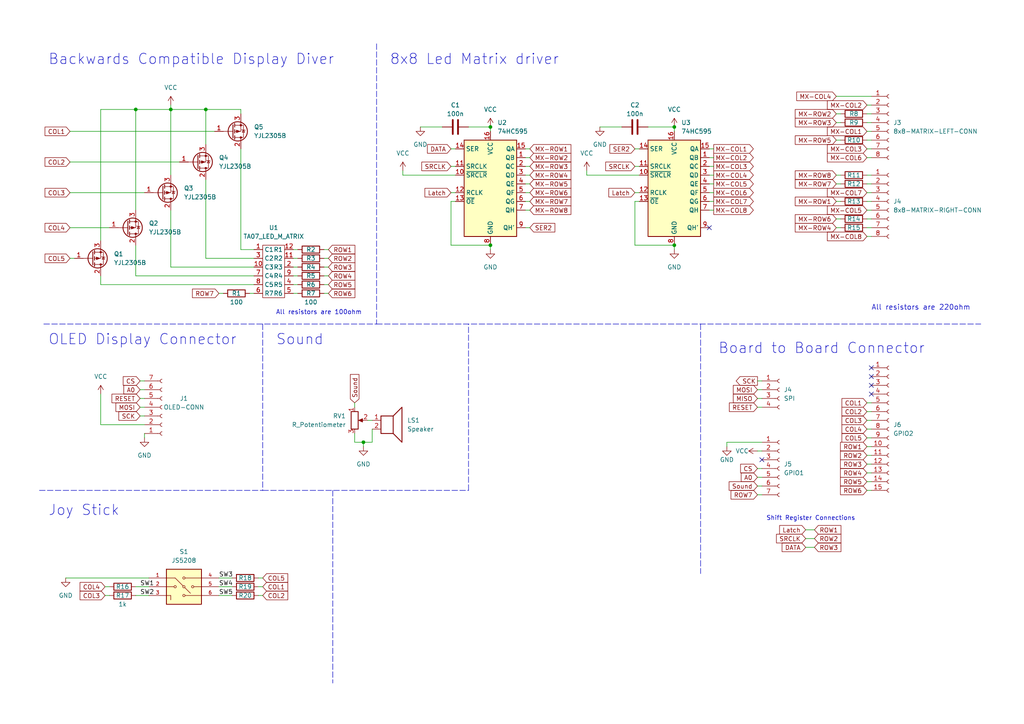
<source format=kicad_sch>
(kicad_sch (version 20211123) (generator eeschema)
  (paper "A4")
  (title_block (title "Games Board") (rev "V2") (company "UC"))
  (lib_symbols
    (symbol "74xx:74HC595"
      (property "Reference" "U" (at -7.62 13.97 0))
      (property "Value" "74HC595" (at -7.62 -16.51 0))
      (symbol "74HC595_1_0"
        (pin tri_state line (at 10.16 7.62 180) (length 2.54) (name "QB") (number "1"))
        (pin input line (at -10.16 2.54 0) (length 2.54) (name "~{SRCLR}") (number "10"))
        (pin input line (at -10.16 5.08 0) (length 2.54) (name "SRCLK") (number "11"))
        (pin input line (at -10.16 -2.54 0) (length 2.54) (name "RCLK") (number "12"))
        (pin input line (at -10.16 -5.08 0) (length 2.54) (name "~{OE}") (number "13"))
        (pin input line (at -10.16 10.16 0) (length 2.54) (name "SER") (number "14"))
        (pin tri_state line (at 10.16 10.16 180) (length 2.54) (name "QA") (number "15"))
        (pin power_in line (at 0 15.24 270) (length 2.54) (name "VCC") (number "16"))
        (pin tri_state line (at 10.16 5.08 180) (length 2.54) (name "QC") (number "2"))
        (pin tri_state line (at 10.16 2.54 180) (length 2.54) (name "QD") (number "3"))
        (pin tri_state line (at 10.16 0 180) (length 2.54) (name "QE") (number "4"))
        (pin tri_state line (at 10.16 -2.54 180) (length 2.54) (name "QF") (number "5"))
        (pin tri_state line (at 10.16 -5.08 180) (length 2.54) (name "QG") (number "6"))
        (pin tri_state line (at 10.16 -7.62 180) (length 2.54) (name "QH") (number "7"))
        (pin power_in line (at 0 -17.78 90) (length 2.54) (name "GND") (number "8"))
        (pin output line (at 10.16 -12.7 180) (length 2.54) (name "QH'") (number "9"))
      )
      (symbol "74HC595_1_1"
        (rectangle (start -7.62 12.7) (end 7.62 -15.24) (stroke (width 0.254)) (fill (type background)))
      )
    )
    (symbol "Connector:Conn_01x04_Female" (pin_names (offset 1.016) hide)
      (property "Reference" "J" (at 0 5.08 0))
      (property "Value" "Conn_01x04_Female" (at 0 -7.62 0))
      (symbol "Conn_01x04_Female_1_1"
        (arc (start 0 -4.572) (mid -0.508 -5.08) (end 0 -5.588) (stroke (width 0.1524)))
        (arc (start 0 -2.032) (mid -0.508 -2.54) (end 0 -3.048) (stroke (width 0.1524)))
        (polyline (pts (xy -1.27 -5.08) (xy -0.508 -5.08)) (stroke (width 0.1524)))
        (polyline (pts (xy -1.27 -2.54) (xy -0.508 -2.54)) (stroke (width 0.1524)))
        (polyline (pts (xy -1.27 0) (xy -0.508 0)) (stroke (width 0.1524)))
        (polyline (pts (xy -1.27 2.54) (xy -0.508 2.54)) (stroke (width 0.1524)))
        (arc (start 0 0.508) (mid -0.508 0) (end 0 -0.508) (stroke (width 0.1524)))
        (arc (start 0 3.048) (mid -0.508 2.54) (end 0 2.032) (stroke (width 0.1524)))
        (pin passive line (at -5.08 2.54 0) (length 3.81) (name "Pin_1") (number "1"))
        (pin passive line (at -5.08 0 0) (length 3.81) (name "Pin_2") (number "2"))
        (pin passive line (at -5.08 -2.54 0) (length 3.81) (name "Pin_3") (number "3"))
        (pin passive line (at -5.08 -5.08 0) (length 3.81) (name "Pin_4") (number "4"))
      )
    )
    (symbol "Connector:Conn_01x07_Female" (pin_names (offset 1.016) hide)
      (property "Reference" "J" (at 0 10.16 0))
      (property "Value" "Conn_01x07_Female" (at 0 -10.16 0))
      (symbol "Conn_01x07_Female_1_1"
        (arc (start 0 -7.112) (mid -0.508 -7.62) (end 0 -8.128) (stroke (width 0.1524)))
        (arc (start 0 -4.572) (mid -0.508 -5.08) (end 0 -5.588) (stroke (width 0.1524)))
        (arc (start 0 -2.032) (mid -0.508 -2.54) (end 0 -3.048) (stroke (width 0.1524)))
        (polyline (pts (xy -1.27 -7.62) (xy -0.508 -7.62)) (stroke (width 0.1524)))
        (polyline (pts (xy -1.27 -5.08) (xy -0.508 -5.08)) (stroke (width 0.1524)))
        (polyline (pts (xy -1.27 -2.54) (xy -0.508 -2.54)) (stroke (width 0.1524)))
        (polyline (pts (xy -1.27 0) (xy -0.508 0)) (stroke (width 0.1524)))
        (polyline (pts (xy -1.27 2.54) (xy -0.508 2.54)) (stroke (width 0.1524)))
        (polyline (pts (xy -1.27 5.08) (xy -0.508 5.08)) (stroke (width 0.1524)))
        (polyline (pts (xy -1.27 7.62) (xy -0.508 7.62)) (stroke (width 0.1524)))
        (arc (start 0 0.508) (mid -0.508 0) (end 0 -0.508) (stroke (width 0.1524)))
        (arc (start 0 3.048) (mid -0.508 2.54) (end 0 2.032) (stroke (width 0.1524)))
        (arc (start 0 5.588) (mid -0.508 5.08) (end 0 4.572) (stroke (width 0.1524)))
        (arc (start 0 8.128) (mid -0.508 7.62) (end 0 7.112) (stroke (width 0.1524)))
        (pin passive line (at -5.08 7.62 0) (length 3.81) (name "Pin_1") (number "1"))
        (pin passive line (at -5.08 5.08 0) (length 3.81) (name "Pin_2") (number "2"))
        (pin passive line (at -5.08 2.54 0) (length 3.81) (name "Pin_3") (number "3"))
        (pin passive line (at -5.08 0 0) (length 3.81) (name "Pin_4") (number "4"))
        (pin passive line (at -5.08 -2.54 0) (length 3.81) (name "Pin_5") (number "5"))
        (pin passive line (at -5.08 -5.08 0) (length 3.81) (name "Pin_6") (number "6"))
        (pin passive line (at -5.08 -7.62 0) (length 3.81) (name "Pin_7") (number "7"))
      )
    )
    (symbol "Connector:Conn_01x08_Female" (pin_names (offset 1.016) hide)
      (property "Reference" "J" (at 0 10.16 0))
      (property "Value" "Conn_01x08_Female" (at 0 -12.7 0))
      (symbol "Conn_01x08_Female_1_1"
        (arc (start 0 -9.652) (mid -0.508 -10.16) (end 0 -10.668) (stroke (width 0.1524)))
        (arc (start 0 -7.112) (mid -0.508 -7.62) (end 0 -8.128) (stroke (width 0.1524)))
        (arc (start 0 -4.572) (mid -0.508 -5.08) (end 0 -5.588) (stroke (width 0.1524)))
        (arc (start 0 -2.032) (mid -0.508 -2.54) (end 0 -3.048) (stroke (width 0.1524)))
        (polyline (pts (xy -1.27 -10.16) (xy -0.508 -10.16)) (stroke (width 0.1524)))
        (polyline (pts (xy -1.27 -7.62) (xy -0.508 -7.62)) (stroke (width 0.1524)))
        (polyline (pts (xy -1.27 -5.08) (xy -0.508 -5.08)) (stroke (width 0.1524)))
        (polyline (pts (xy -1.27 -2.54) (xy -0.508 -2.54)) (stroke (width 0.1524)))
        (polyline (pts (xy -1.27 0) (xy -0.508 0)) (stroke (width 0.1524)))
        (polyline (pts (xy -1.27 2.54) (xy -0.508 2.54)) (stroke (width 0.1524)))
        (polyline (pts (xy -1.27 5.08) (xy -0.508 5.08)) (stroke (width 0.1524)))
        (polyline (pts (xy -1.27 7.62) (xy -0.508 7.62)) (stroke (width 0.1524)))
        (arc (start 0 0.508) (mid -0.508 0) (end 0 -0.508) (stroke (width 0.1524)))
        (arc (start 0 3.048) (mid -0.508 2.54) (end 0 2.032) (stroke (width 0.1524)))
        (arc (start 0 5.588) (mid -0.508 5.08) (end 0 4.572) (stroke (width 0.1524)))
        (arc (start 0 8.128) (mid -0.508 7.62) (end 0 7.112) (stroke (width 0.1524)))
        (pin passive line (at -5.08 7.62 0) (length 3.81) (name "Pin_1") (number "1"))
        (pin passive line (at -5.08 5.08 0) (length 3.81) (name "Pin_2") (number "2"))
        (pin passive line (at -5.08 2.54 0) (length 3.81) (name "Pin_3") (number "3"))
        (pin passive line (at -5.08 0 0) (length 3.81) (name "Pin_4") (number "4"))
        (pin passive line (at -5.08 -2.54 0) (length 3.81) (name "Pin_5") (number "5"))
        (pin passive line (at -5.08 -5.08 0) (length 3.81) (name "Pin_6") (number "6"))
        (pin passive line (at -5.08 -7.62 0) (length 3.81) (name "Pin_7") (number "7"))
        (pin passive line (at -5.08 -10.16 0) (length 3.81) (name "Pin_8") (number "8"))
      )
    )
    (symbol "Connector:Conn_01x15_Female" (pin_names (offset 1.016) hide)
      (property "Reference" "J" (at 0 20.32 0))
      (property "Value" "Conn_01x15_Female" (at 0 -20.32 0))
      (symbol "Conn_01x15_Female_1_1"
        (arc (start 0 -17.272) (mid -0.508 -17.78) (end 0 -18.288) (stroke (width 0.1524)))
        (arc (start 0 -14.732) (mid -0.508 -15.24) (end 0 -15.748) (stroke (width 0.1524)))
        (arc (start 0 -12.192) (mid -0.508 -12.7) (end 0 -13.208) (stroke (width 0.1524)))
        (arc (start 0 -9.652) (mid -0.508 -10.16) (end 0 -10.668) (stroke (width 0.1524)))
        (arc (start 0 -7.112) (mid -0.508 -7.62) (end 0 -8.128) (stroke (width 0.1524)))
        (arc (start 0 -4.572) (mid -0.508 -5.08) (end 0 -5.588) (stroke (width 0.1524)))
        (arc (start 0 -2.032) (mid -0.508 -2.54) (end 0 -3.048) (stroke (width 0.1524)))
        (polyline (pts (xy -1.27 -17.78) (xy -0.508 -17.78)) (stroke (width 0.1524)))
        (polyline (pts (xy -1.27 -15.24) (xy -0.508 -15.24)) (stroke (width 0.1524)))
        (polyline (pts (xy -1.27 -12.7) (xy -0.508 -12.7)) (stroke (width 0.1524)))
        (polyline (pts (xy -1.27 -10.16) (xy -0.508 -10.16)) (stroke (width 0.1524)))
        (polyline (pts (xy -1.27 -7.62) (xy -0.508 -7.62)) (stroke (width 0.1524)))
        (polyline (pts (xy -1.27 -5.08) (xy -0.508 -5.08)) (stroke (width 0.1524)))
        (polyline (pts (xy -1.27 -2.54) (xy -0.508 -2.54)) (stroke (width 0.1524)))
        (polyline (pts (xy -1.27 0) (xy -0.508 0)) (stroke (width 0.1524)))
        (polyline (pts (xy -1.27 2.54) (xy -0.508 2.54)) (stroke (width 0.1524)))
        (polyline (pts (xy -1.27 5.08) (xy -0.508 5.08)) (stroke (width 0.1524)))
        (polyline (pts (xy -1.27 7.62) (xy -0.508 7.62)) (stroke (width 0.1524)))
        (polyline (pts (xy -1.27 10.16) (xy -0.508 10.16)) (stroke (width 0.1524)))
        (polyline (pts (xy -1.27 12.7) (xy -0.508 12.7)) (stroke (width 0.1524)))
        (polyline (pts (xy -1.27 15.24) (xy -0.508 15.24)) (stroke (width 0.1524)))
        (polyline (pts (xy -1.27 17.78) (xy -0.508 17.78)) (stroke (width 0.1524)))
        (arc (start 0 0.508) (mid -0.508 0) (end 0 -0.508) (stroke (width 0.1524)))
        (arc (start 0 3.048) (mid -0.508 2.54) (end 0 2.032) (stroke (width 0.1524)))
        (arc (start 0 5.588) (mid -0.508 5.08) (end 0 4.572) (stroke (width 0.1524)))
        (arc (start 0 8.128) (mid -0.508 7.62) (end 0 7.112) (stroke (width 0.1524)))
        (arc (start 0 10.668) (mid -0.508 10.16) (end 0 9.652) (stroke (width 0.1524)))
        (arc (start 0 13.208) (mid -0.508 12.7) (end 0 12.192) (stroke (width 0.1524)))
        (arc (start 0 15.748) (mid -0.508 15.24) (end 0 14.732) (stroke (width 0.1524)))
        (arc (start 0 18.288) (mid -0.508 17.78) (end 0 17.272) (stroke (width 0.1524)))
        (pin passive line (at -5.08 17.78 0) (length 3.81) (name "Pin_1") (number "1"))
        (pin passive line (at -5.08 -5.08 0) (length 3.81) (name "Pin_10") (number "10"))
        (pin passive line (at -5.08 -7.62 0) (length 3.81) (name "Pin_11") (number "11"))
        (pin passive line (at -5.08 -10.16 0) (length 3.81) (name "Pin_12") (number "12"))
        (pin passive line (at -5.08 -12.7 0) (length 3.81) (name "Pin_13") (number "13"))
        (pin passive line (at -5.08 -15.24 0) (length 3.81) (name "Pin_14") (number "14"))
        (pin passive line (at -5.08 -17.78 0) (length 3.81) (name "Pin_15") (number "15"))
        (pin passive line (at -5.08 15.24 0) (length 3.81) (name "Pin_2") (number "2"))
        (pin passive line (at -5.08 12.7 0) (length 3.81) (name "Pin_3") (number "3"))
        (pin passive line (at -5.08 10.16 0) (length 3.81) (name "Pin_4") (number "4"))
        (pin passive line (at -5.08 7.62 0) (length 3.81) (name "Pin_5") (number "5"))
        (pin passive line (at -5.08 5.08 0) (length 3.81) (name "Pin_6") (number "6"))
        (pin passive line (at -5.08 2.54 0) (length 3.81) (name "Pin_7") (number "7"))
        (pin passive line (at -5.08 0 0) (length 3.81) (name "Pin_8") (number "8"))
        (pin passive line (at -5.08 -2.54 0) (length 3.81) (name "Pin_9") (number "9"))
      )
    )
    (symbol "Device:C" (pin_numbers hide) (pin_names (offset 0.254))
      (property "Reference" "C" (at 0.635 2.54 0))
      (property "Value" "C" (at 0.635 -2.54 0))
      (symbol "C_0_1"
        (polyline (pts (xy -2.032 -0.762) (xy 2.032 -0.762)) (stroke (width 0.508)))
        (polyline (pts (xy -2.032 0.762) (xy 2.032 0.762)) (stroke (width 0.508)))
      )
      (symbol "C_1_1"
        (pin passive line (at 0 3.81 270) (length 2.794) (name "~") (number "1"))
        (pin passive line (at 0 -3.81 90) (length 2.794) (name "~") (number "2"))
      )
    )
    (symbol "Device:Q_PMOS_GDS" (pin_names (offset 0) hide)
      (property "Reference" "Q" (at 5.08 1.27 0))
      (property "Value" "Q_PMOS_GDS" (at 5.08 -1.27 0))
      (symbol "Q_PMOS_GDS_0_1"
        (polyline (pts (xy 0.254 0) (xy -2.54 0)))
        (polyline (pts (xy 0.254 1.905) (xy 0.254 -1.905)) (stroke (width 0.254)))
        (polyline (pts (xy 0.762 -1.27) (xy 0.762 -2.286)) (stroke (width 0.254)))
        (polyline (pts (xy 0.762 0.508) (xy 0.762 -0.508)) (stroke (width 0.254)))
        (polyline (pts (xy 0.762 2.286) (xy 0.762 1.27)) (stroke (width 0.254)))
        (polyline (pts (xy 2.54 2.54) (xy 2.54 1.778)))
        (polyline (pts (xy 2.54 -2.54) (xy 2.54 0) (xy 0.762 0)))
        (polyline (pts (xy 0.762 1.778) (xy 3.302 1.778) (xy 3.302 -1.778) (xy 0.762 -1.778)))
        (polyline (pts (xy 2.286 0) (xy 1.27 0.381) (xy 1.27 -0.381) (xy 2.286 0)) (fill (type outline)))
        (polyline (pts (xy 2.794 -0.508) (xy 2.921 -0.381) (xy 3.683 -0.381) (xy 3.81 -0.254)))
        (polyline (pts (xy 3.302 -0.381) (xy 2.921 0.254) (xy 3.683 0.254) (xy 3.302 -0.381)))
        (circle (center 1.651 0) (radius 2.794) (stroke (width 0.254)))
        (circle (center 2.54 -1.778) (radius 0.254) (fill (type outline)))
        (circle (center 2.54 1.778) (radius 0.254) (fill (type outline)))
      )
      (symbol "Q_PMOS_GDS_1_1"
        (pin input line (at -5.08 0 0) (length 2.54) (name "G") (number "1"))
        (pin passive line (at 2.54 5.08 270) (length 2.54) (name "D") (number "2"))
        (pin passive line (at 2.54 -5.08 90) (length 2.54) (name "S") (number "3"))
      )
    )
    (symbol "Device:R" (pin_numbers hide) (pin_names (offset 0))
      (property "Reference" "R" (at 2.032 0 90))
      (property "Value" "R" (at 0 0 90))
      (symbol "R_0_1"
        (rectangle (start -1.016 -2.54) (end 1.016 2.54) (stroke (width 0.254)))
      )
      (symbol "R_1_1"
        (pin passive line (at 0 3.81 270) (length 1.27) (name "~") (number "1"))
        (pin passive line (at 0 -3.81 90) (length 1.27) (name "~") (number "2"))
      )
    )
    (symbol "Device:R_Potentiometer" (pin_names (offset 1.016) hide)
      (property "Reference" "RV" (at -4.445 0 90))
      (property "Value" "R_Potentiometer" (at -2.54 0 90))
      (symbol "R_Potentiometer_0_1"
        (polyline (pts (xy 2.54 0) (xy 1.524 0)))
        (polyline (pts (xy 1.143 0) (xy 2.286 0.508) (xy 2.286 -0.508) (xy 1.143 0)) (fill (type outline)))
        (rectangle (start 1.016 2.54) (end -1.016 -2.54) (stroke (width 0.254)))
      )
      (symbol "R_Potentiometer_1_1"
        (pin passive line (at 0 3.81 270) (length 1.27) (name "1") (number "1"))
        (pin passive line (at 3.81 0 180) (length 1.27) (name "2") (number "2"))
        (pin passive line (at 0 -3.81 90) (length 1.27) (name "3") (number "3"))
      )
    )
    (symbol "Device:Speaker" (pin_names (offset 0) hide)
      (property "Reference" "LS" (at 1.27 5.715 0))
      (property "Value" "Speaker" (at 1.27 3.81 0))
      (symbol "Speaker_0_0"
        (rectangle (start -2.54 1.27) (end 1.016 -3.81) (stroke (width 0.254)))
        (polyline (pts (xy 1.016 1.27) (xy 3.556 3.81) (xy 3.556 -6.35) (xy 1.016 -3.81)) (stroke (width 0.254)))
      )
      (symbol "Speaker_1_1"
        (pin input line (at -5.08 0 0) (length 2.54) (name "1") (number "1"))
        (pin input line (at -5.08 -2.54 0) (length 2.54) (name "2") (number "2"))
      )
    )
    (symbol "Driver_Display:TA07_LED_M_ATRIX"
      (property "Reference" "U1" (at -0.635 12.7 0))
      (property "Value" "TA07_LED_M_ATRIX" (at -0.635 10.16 0))
      (symbol "TA07_LED_M_ATRIX_0_1"
        (rectangle (start -3.81 7.62) (end 2.54 -7.62))
      )
      (symbol "TA07_LED_M_ATRIX_1_1"
        (pin input line (at -6.35 6.35 0) (length 2.54) (name "C1") (number "1"))
        (pin input line (at -6.35 1.27 0) (length 2.54) (name "C3") (number "10"))
        (pin output line (at 5.08 3.81 180) (length 2.54) (name "R2") (number "11"))
        (pin output line (at 5.08 6.35 180) (length 2.54) (name "R1") (number "12"))
        (pin output line (at 5.08 1.27 180) (length 2.54) (name "R3") (number "2"))
        (pin input line (at -6.35 3.81 0) (length 2.54) (name "C2") (number "3"))
        (pin output line (at 5.08 -3.81 180) (length 2.54) (name "R5") (number "4"))
        (pin output line (at 5.08 -6.35 180) (length 2.54) (name "R6") (number "5"))
        (pin output line (at -6.35 -6.35 0) (length 2.54) (name "R7") (number "6"))
        (pin input line (at -6.35 -1.27 0) (length 2.54) (name "C4") (number "7"))
        (pin input line (at -6.35 -3.81 0) (length 2.54) (name "C5") (number "8"))
        (pin output line (at 5.08 -1.27 180) (length 2.54) (name "R4") (number "9"))
      )
    )
    (symbol "JS5208:JS5208" (pin_names (offset 1.016) hide)
      (property "Reference" "S" (at -5.08 6.35 0))
      (property "Value" "JS5208" (at -5.08 -7.62 0))
      (symbol "JS5208_0_0"
        (rectangle (start -5.08 -5.08) (end 5.08 5.08) (stroke (width 0.254)) (fill (type background)))
        (circle (center -2.54 0) (radius 0.3302) (stroke (width 0.1524)))
        (circle (center 0 -2.54) (radius 0.3302) (stroke (width 0.1524)))
        (polyline (pts (xy -5.08 -2.54) (xy -3.81 -2.54)) (stroke (width 0.1524)))
        (polyline (pts (xy -5.08 0) (xy -2.921 0)) (stroke (width 0.1524)))
        (polyline (pts (xy -5.08 2.54) (xy -2.54 2.54)) (stroke (width 0.1524)))
        (polyline (pts (xy -3.81 -2.54) (xy -3.81 -3.81)) (stroke (width 0.1524)))
        (polyline (pts (xy -2.54 2.54) (xy -0.254 0.254)) (stroke (width 0.1524)))
        (polyline (pts (xy 0.254 -0.254) (xy 1.905 -1.905)) (stroke (width 0.1524)))
        (polyline (pts (xy 0.381 -2.54) (xy 5.08 -2.54)) (stroke (width 0.1524)))
        (polyline (pts (xy 0.381 2.54) (xy 5.08 2.54)) (stroke (width 0.1524)))
        (polyline (pts (xy 2.921 0) (xy 5.08 0)) (stroke (width 0.1524)))
        (circle (center 0 0) (radius 0.3302) (stroke (width 0.1524)))
        (circle (center 0 2.54) (radius 0.3302) (stroke (width 0.1524)))
        (circle (center 2.54 0) (radius 0.3302) (stroke (width 0.1524)))
        (pin passive line (at -10.16 2.54 0) (length 5.08) (name "~") (number "1"))
        (pin passive line (at -10.16 0 0) (length 5.08) (name "~") (number "2"))
        (pin passive line (at -10.16 -2.54 0) (length 5.08) (name "~") (number "3"))
        (pin passive line (at 10.16 2.54 180) (length 5.08) (name "~") (number "4"))
        (pin passive line (at 10.16 0 180) (length 5.08) (name "~") (number "5"))
        (pin passive line (at 10.16 -2.54 180) (length 5.08) (name "~") (number "6"))
      )
    )
    (symbol "power:GND" (power) (pin_names (offset 0))
      (property "Value" "GND" (at 0 -3.81 0))
      (symbol "GND_0_1"
        (polyline (pts (xy 0 0) (xy 0 -1.27) (xy 1.27 -1.27) (xy 0 -2.54) (xy -1.27 -1.27) (xy 0 -1.27)))
      )
      (symbol "GND_1_1"
        (pin power_in line (at 0 0 270) (length 0) hide (name "GND") (number "1"))
      )
    )
    (symbol "power:VCC" (power) (pin_names (offset 0))
      (property "Value" "VCC" (at 0 3.81 0))
      (symbol "VCC_0_1"
        (polyline (pts (xy -0.762 1.27) (xy 0 2.54)))
        (polyline (pts (xy 0 0) (xy 0 2.54)))
        (polyline (pts (xy 0 2.54) (xy 0.762 1.27)))
      )
      (symbol "VCC_1_1"
        (pin power_in line (at 0 0 90) (length 0) hide (name "VCC") (number "1"))
      )
    )
  )
  (junction (at 195.58 36.83))
  (junction (at 59.69 31.75))
  (junction (at 142.24 71.12))
  (junction (at 195.58 71.12))
  (junction (at 39.37 31.75))
  (junction (at 49.53 31.75))
  (junction (at 142.24 36.83))
  (junction (at 105.41 128.27))
  (no_connect (at 220.98 133.35))
  (no_connect (at 252.73 114.3))
  (no_connect (at 252.73 106.68))
  (no_connect (at 205.74 66.04))
  (no_connect (at 252.73 109.22))
  (no_connect (at 252.73 111.76))
  (wire (pts (xy 170.18 50.8) (xy 185.42 50.8)))
  (wire (pts (xy 135.89 36.83) (xy 142.24 36.83)))
  (wire (pts (xy 20.32 38.1) (xy 62.23 38.1)))
  (wire (pts (xy 184.15 58.42) (xy 184.15 71.12)))
  (wire (pts (xy 93.98 82.55) (xy 95.25 82.55)))
  (wire (pts (xy 251.46 53.34) (xy 252.73 53.34)))
  (wire (pts (xy 69.85 31.75) (xy 69.85 33.02)))
  (wire (pts (xy 130.81 48.26) (xy 132.08 48.26)))
  (wire (pts (xy 40.64 120.65) (xy 41.91 120.65)))
  (wire (pts (xy 130.81 58.42) (xy 130.81 71.12)))
  (wire (pts (xy 74.93 167.64) (xy 76.2 167.64)))
  (wire (pts (xy 205.74 45.72) (xy 207.01 45.72)))
  (wire (pts (xy 242.57 66.04) (xy 243.84 66.04)))
  (wire (pts (xy 251.46 66.04) (xy 252.73 66.04)))
  (wire (pts (xy 242.57 50.8) (xy 243.84 50.8)))
  (wire (pts (xy 251.46 68.58) (xy 252.73 68.58)))
  (wire (pts (xy 152.4 60.96) (xy 153.67 60.96)))
  (wire (pts (xy 132.08 58.42) (xy 130.81 58.42)))
  (wire (pts (xy 63.5 85.09) (xy 64.77 85.09)))
  (polyline (pts (xy 135.89 142.24) (xy 135.89 93.98)))
  (wire (pts (xy 233.68 153.67) (xy 236.22 153.67)))
  (wire (pts (xy 184.15 48.26) (xy 185.42 48.26)))
  (wire (pts (xy 40.64 110.49) (xy 41.91 110.49)))
  (wire (pts (xy 49.53 31.75) (xy 59.69 31.75)))
  (wire (pts (xy 251.46 119.38) (xy 252.73 119.38)))
  (wire (pts (xy 251.46 30.48) (xy 252.73 30.48)))
  (wire (pts (xy 86.36 77.47) (xy 85.09 77.47)))
  (wire (pts (xy 59.69 31.75) (xy 69.85 31.75)))
  (wire (pts (xy 41.91 123.19) (xy 29.21 123.19)))
  (wire (pts (xy 205.74 43.18) (xy 207.01 43.18)))
  (wire (pts (xy 20.32 46.99) (xy 52.07 46.99)))
  (wire (pts (xy 219.71 130.81) (xy 220.98 130.81)))
  (wire (pts (xy 152.4 53.34) (xy 153.67 53.34)))
  (wire (pts (xy 102.87 116.84) (xy 102.87 118.11)))
  (wire (pts (xy 242.57 40.64) (xy 243.84 40.64)))
  (wire (pts (xy 219.71 138.43) (xy 220.98 138.43)))
  (wire (pts (xy 130.81 55.88) (xy 132.08 55.88)))
  (wire (pts (xy 74.93 170.18) (xy 76.2 170.18)))
  (wire (pts (xy 242.57 33.02) (xy 243.84 33.02)))
  (wire (pts (xy 40.64 113.03) (xy 41.91 113.03)))
  (wire (pts (xy 242.57 58.42) (xy 243.84 58.42)))
  (wire (pts (xy 152.4 50.8) (xy 153.67 50.8)))
  (wire (pts (xy 219.71 118.11) (xy 220.98 118.11)))
  (wire (pts (xy 219.71 110.49) (xy 220.98 110.49)))
  (wire (pts (xy 69.85 72.39) (xy 73.66 72.39)))
  (wire (pts (xy 195.58 36.83) (xy 195.58 38.1)))
  (wire (pts (xy 74.93 172.72) (xy 76.2 172.72)))
  (wire (pts (xy 251.46 142.24) (xy 252.73 142.24)))
  (wire (pts (xy 152.4 55.88) (xy 153.67 55.88)))
  (wire (pts (xy 242.57 35.56) (xy 243.84 35.56)))
  (wire (pts (xy 39.37 31.75) (xy 39.37 60.96)))
  (wire (pts (xy 107.95 128.27) (xy 105.41 128.27)))
  (wire (pts (xy 205.74 55.88) (xy 207.01 55.88)))
  (wire (pts (xy 93.98 80.01) (xy 95.25 80.01)))
  (wire (pts (xy 219.71 135.89) (xy 220.98 135.89)))
  (wire (pts (xy 19.05 167.64) (xy 43.18 167.64)))
  (wire (pts (xy 219.71 143.51) (xy 220.98 143.51)))
  (polyline (pts (xy 11.43 142.24) (xy 76.2 142.24)))
  (wire (pts (xy 130.81 43.18) (xy 132.08 43.18)))
  (wire (pts (xy 251.46 55.88) (xy 252.73 55.88)))
  (wire (pts (xy 251.46 137.16) (xy 252.73 137.16)))
  (wire (pts (xy 251.46 58.42) (xy 252.73 58.42)))
  (wire (pts (xy 30.48 170.18) (xy 31.75 170.18)))
  (wire (pts (xy 184.15 43.18) (xy 185.42 43.18)))
  (wire (pts (xy 187.96 36.83) (xy 195.58 36.83)))
  (polyline (pts (xy 109.22 12.7) (xy 109.22 93.98)))
  (wire (pts (xy 184.15 71.12) (xy 195.58 71.12)))
  (wire (pts (xy 121.92 36.83) (xy 128.27 36.83)))
  (wire (pts (xy 205.74 60.96) (xy 207.01 60.96)))
  (polyline (pts (xy 96.52 142.24) (xy 96.52 198.12)))
  (wire (pts (xy 63.5 170.18) (xy 67.31 170.18)))
  (wire (pts (xy 142.24 71.12) (xy 142.24 72.39)))
  (wire (pts (xy 251.46 116.84) (xy 252.73 116.84)))
  (wire (pts (xy 251.46 132.08) (xy 252.73 132.08)))
  (polyline (pts (xy 76.2 142.24) (xy 135.89 142.24)))
  (wire (pts (xy 152.4 48.26) (xy 153.67 48.26)))
  (wire (pts (xy 49.53 77.47) (xy 73.66 77.47)))
  (wire (pts (xy 130.81 71.12) (xy 142.24 71.12)))
  (wire (pts (xy 195.58 71.12) (xy 195.58 72.39)))
  (wire (pts (xy 152.4 45.72) (xy 153.67 45.72)))
  (wire (pts (xy 49.53 31.75) (xy 49.53 50.8)))
  (wire (pts (xy 29.21 80.01) (xy 29.21 82.55)))
  (wire (pts (xy 116.84 49.53) (xy 116.84 50.8)))
  (wire (pts (xy 102.87 125.73) (xy 102.87 128.27)))
  (wire (pts (xy 59.69 31.75) (xy 59.69 41.91)))
  (wire (pts (xy 185.42 58.42) (xy 184.15 58.42)))
  (wire (pts (xy 20.32 55.88) (xy 41.91 55.88)))
  (wire (pts (xy 251.46 127) (xy 252.73 127)))
  (wire (pts (xy 73.66 80.01) (xy 39.37 80.01)))
  (wire (pts (xy 251.46 40.64) (xy 252.73 40.64)))
  (wire (pts (xy 152.4 43.18) (xy 153.67 43.18)))
  (wire (pts (xy 251.46 60.96) (xy 252.73 60.96)))
  (polyline (pts (xy 12.7 93.98) (xy 109.22 93.98)))
  (wire (pts (xy 49.53 30.48) (xy 49.53 31.75)))
  (wire (pts (xy 20.32 66.04) (xy 31.75 66.04)))
  (wire (pts (xy 40.64 118.11) (xy 41.91 118.11)))
  (wire (pts (xy 39.37 172.72) (xy 43.18 172.72)))
  (wire (pts (xy 29.21 31.75) (xy 39.37 31.75)))
  (wire (pts (xy 173.99 36.83) (xy 180.34 36.83)))
  (wire (pts (xy 210.82 128.27) (xy 220.98 128.27)))
  (wire (pts (xy 72.39 85.09) (xy 73.66 85.09)))
  (wire (pts (xy 242.57 53.34) (xy 243.84 53.34)))
  (wire (pts (xy 210.82 129.54) (xy 210.82 128.27)))
  (wire (pts (xy 63.5 167.64) (xy 67.31 167.64)))
  (wire (pts (xy 184.15 55.88) (xy 185.42 55.88)))
  (wire (pts (xy 219.71 140.97) (xy 220.98 140.97)))
  (wire (pts (xy 251.46 121.92) (xy 252.73 121.92)))
  (wire (pts (xy 93.98 85.09) (xy 95.25 85.09)))
  (wire (pts (xy 39.37 31.75) (xy 49.53 31.75)))
  (wire (pts (xy 205.74 48.26) (xy 207.01 48.26)))
  (wire (pts (xy 142.24 36.83) (xy 142.24 38.1)))
  (wire (pts (xy 63.5 172.72) (xy 67.31 172.72)))
  (wire (pts (xy 251.46 45.72) (xy 252.73 45.72)))
  (wire (pts (xy 85.09 80.01) (xy 86.36 80.01)))
  (wire (pts (xy 29.21 114.3) (xy 29.21 123.19)))
  (wire (pts (xy 251.46 129.54) (xy 252.73 129.54)))
  (wire (pts (xy 107.95 124.46) (xy 107.95 128.27)))
  (wire (pts (xy 219.71 115.57) (xy 220.98 115.57)))
  (wire (pts (xy 251.46 38.1) (xy 252.73 38.1)))
  (wire (pts (xy 152.4 58.42) (xy 153.67 58.42)))
  (wire (pts (xy 73.66 74.93) (xy 59.69 74.93)))
  (wire (pts (xy 85.09 74.93) (xy 86.36 74.93)))
  (wire (pts (xy 251.46 124.46) (xy 252.73 124.46)))
  (wire (pts (xy 85.09 85.09) (xy 86.36 85.09)))
  (wire (pts (xy 93.98 72.39) (xy 95.25 72.39)))
  (wire (pts (xy 69.85 43.18) (xy 69.85 72.39)))
  (wire (pts (xy 219.71 113.03) (xy 220.98 113.03)))
  (wire (pts (xy 93.98 77.47) (xy 95.25 77.47)))
  (wire (pts (xy 205.74 53.34) (xy 207.01 53.34)))
  (wire (pts (xy 105.41 128.27) (xy 102.87 128.27)))
  (wire (pts (xy 251.46 33.02) (xy 252.73 33.02)))
  (wire (pts (xy 233.68 158.75) (xy 236.22 158.75)))
  (wire (pts (xy 205.74 58.42) (xy 207.01 58.42)))
  (polyline (pts (xy 109.22 93.98) (xy 284.48 93.98)))
  (wire (pts (xy 242.57 27.94) (xy 252.73 27.94)))
  (wire (pts (xy 39.37 170.18) (xy 43.18 170.18)))
  (wire (pts (xy 39.37 71.12) (xy 39.37 80.01)))
  (wire (pts (xy 251.46 50.8) (xy 252.73 50.8)))
  (wire (pts (xy 251.46 35.56) (xy 252.73 35.56)))
  (wire (pts (xy 251.46 43.18) (xy 252.73 43.18)))
  (wire (pts (xy 49.53 60.96) (xy 49.53 77.47)))
  (wire (pts (xy 73.66 82.55) (xy 29.21 82.55)))
  (wire (pts (xy 251.46 134.62) (xy 252.73 134.62)))
  (wire (pts (xy 170.18 49.53) (xy 170.18 50.8)))
  (wire (pts (xy 85.09 82.55) (xy 86.36 82.55)))
  (wire (pts (xy 242.57 63.5) (xy 243.84 63.5)))
  (wire (pts (xy 29.21 31.75) (xy 29.21 69.85)))
  (wire (pts (xy 105.41 129.54) (xy 105.41 128.27)))
  (wire (pts (xy 106.68 121.92) (xy 107.95 121.92)))
  (wire (pts (xy 152.4 66.04) (xy 153.67 66.04)))
  (wire (pts (xy 251.46 139.7) (xy 252.73 139.7)))
  (wire (pts (xy 59.69 52.07) (xy 59.69 74.93)))
  (wire (pts (xy 116.84 50.8) (xy 132.08 50.8)))
  (wire (pts (xy 30.48 172.72) (xy 31.75 172.72)))
  (polyline (pts (xy 76.2 93.98) (xy 76.2 142.24)))
  (wire (pts (xy 40.64 115.57) (xy 41.91 115.57)))
  (wire (pts (xy 205.74 50.8) (xy 207.01 50.8)))
  (wire (pts (xy 233.68 156.21) (xy 236.22 156.21)))
  (wire (pts (xy 41.91 127) (xy 41.91 125.73)))
  (polyline (pts (xy 203.2 93.98) (xy 203.2 166.37)))
  (wire (pts (xy 93.98 74.93) (xy 95.25 74.93)))
  (wire (pts (xy 20.32 74.93) (xy 21.59 74.93)))
  (wire (pts (xy 85.09 72.39) (xy 86.36 72.39)))
  (wire (pts (xy 251.46 63.5) (xy 252.73 63.5)))
  (text "All resistors are 220ohm\n" (at 252.73 90.17 0) (effects (font (size 1.5 1.5)) (justify left bottom)))
  (text "8x8 Led Matrix driver" (at 113.03 19.05 0) (effects (font (size 3 3)) (justify left bottom)))
  (text "Board to Board Connector" (at 208.28 102.87 0) (effects (font (size 3 3)) (justify left bottom)))
  (text "OLED Display Connector\n" (at 13.97 100.33 0) (effects (font (size 3 3)) (justify left bottom)))
  (text "Sound\n" (at 80.01 100.33 0) (effects (font (size 3 3)) (justify left bottom)))
  (text "Backwards Compatible Display Diver\n" (at 13.97 19.05 0) (effects (font (size 3 3)) (justify left bottom)))
  (text "Joy Stick" (at 13.97 149.86 0) (effects (font (size 3 3)) (justify left bottom)))
  (text "All resistors are 100ohm" (at 80.01 91.44 0) (effects (font (size 1.3 1.3)) (justify left bottom)))
  (text "Shift Register Connections" (at 222.25 151.13 0) (effects (font (size 1.27 1.27)) (justify left bottom)))
  (label "SW4" (at 63.5 170.18 0))
  (label "SW2" (at 40.64 172.72 0))
  (label "SW5" (at 63.5 172.72 0))
  (label "SW1" (at 40.64 170.18 0))
  (label "SW3" (at 63.5 167.64 0))
  (global_label "MX-ROW6" (shape input) (at 242.57 63.5 180) (property "Intersheet References" "${INTERSHEET_REFS}" (effects hide)))
  (global_label "MX-COL7" (shape output) (at 207.01 58.42 0) (property "Intersheet References" "${INTERSHEET_REFS}" (effects hide)))
  (global_label "Latch" (shape input) (at 130.81 55.88 180) (property "Intersheet References" "${INTERSHEET_REFS}" (effects hide)))
  (global_label "COL2" (shape input) (at 76.2 172.72 0) (property "Intersheet References" "${INTERSHEET_REFS}" (effects hide)))
  (global_label "ROW5" (shape input) (at 95.25 82.55 0) (property "Intersheet References" "${INTERSHEET_REFS}" (effects hide)))
  (global_label "ROW2" (shape input) (at 95.25 74.93 0) (property "Intersheet References" "${INTERSHEET_REFS}" (effects hide)))
  (global_label "COL5" (shape input) (at 251.46 127 180) (property "Intersheet References" "${INTERSHEET_REFS}" (effects hide)))
  (global_label "ROW7" (shape input) (at 63.5 85.09 180) (property "Intersheet References" "${INTERSHEET_REFS}" (effects hide)))
  (global_label "SRCLK" (shape input) (at 130.81 48.26 180) (property "Intersheet References" "${INTERSHEET_REFS}" (effects hide)))
  (global_label "MX-COL5" (shape input) (at 251.46 60.96 180) (property "Intersheet References" "${INTERSHEET_REFS}" (effects hide)))
  (global_label "COL1" (shape input) (at 251.46 116.84 180) (property "Intersheet References" "${INTERSHEET_REFS}" (effects hide)))
  (global_label "COL4" (shape input) (at 251.46 124.46 180) (property "Intersheet References" "${INTERSHEET_REFS}" (effects hide)))
  (global_label "A0" (shape input) (at 40.64 113.03 180) (property "Intersheet References" "${INTERSHEET_REFS}" (effects hide)))
  (global_label "COL1" (shape input) (at 76.2 170.18 0) (property "Intersheet References" "${INTERSHEET_REFS}" (effects hide)))
  (global_label "MX-COL3" (shape output) (at 207.01 48.26 0) (property "Intersheet References" "${INTERSHEET_REFS}" (effects hide)))
  (global_label "SER2" (shape input) (at 184.15 43.18 180) (property "Intersheet References" "${INTERSHEET_REFS}" (effects hide)))
  (global_label "MX-COL2" (shape output) (at 207.01 45.72 0) (property "Intersheet References" "${INTERSHEET_REFS}" (effects hide)))
  (global_label "MX-ROW4" (shape input) (at 242.57 66.04 180) (property "Intersheet References" "${INTERSHEET_REFS}" (effects hide)))
  (global_label "SRCLK" (shape input) (at 233.68 156.21 180) (property "Intersheet References" "${INTERSHEET_REFS}" (effects hide)))
  (global_label "ROW3" (shape input) (at 236.22 158.75 0) (property "Intersheet References" "${INTERSHEET_REFS}" (effects hide)))
  (global_label "MX-COL4" (shape input) (at 242.57 27.94 180) (property "Intersheet References" "${INTERSHEET_REFS}" (effects hide)))
  (global_label "MX-ROW4" (shape input) (at 153.67 50.8 0) (property "Intersheet References" "${INTERSHEET_REFS}" (effects hide)))
  (global_label "COL2" (shape input) (at 251.46 119.38 180) (property "Intersheet References" "${INTERSHEET_REFS}" (effects hide)))
  (global_label "DATA" (shape input) (at 130.81 43.18 180) (property "Intersheet References" "${INTERSHEET_REFS}" (effects hide)))
  (global_label "ROW1" (shape input) (at 236.22 153.67 0) (property "Intersheet References" "${INTERSHEET_REFS}" (effects hide)))
  (global_label "A0" (shape input) (at 219.71 138.43 180) (property "Intersheet References" "${INTERSHEET_REFS}" (effects hide)))
  (global_label "SCK" (shape output) (at 219.71 110.49 180) (property "Intersheet References" "${INTERSHEET_REFS}" (effects hide)))
  (global_label "MOSI" (shape input) (at 219.71 113.03 180) (property "Intersheet References" "${INTERSHEET_REFS}" (effects hide)))
  (global_label "ROW1" (shape input) (at 95.25 72.39 0) (property "Intersheet References" "${INTERSHEET_REFS}" (effects hide)))
  (global_label "ROW5" (shape input) (at 251.46 139.7 180) (property "Intersheet References" "${INTERSHEET_REFS}" (effects hide)))
  (global_label "Sound" (shape input) (at 102.87 116.84 90) (property "Intersheet References" "${INTERSHEET_REFS}" (effects hide)))
  (global_label "COL2" (shape input) (at 20.32 46.99 180) (property "Intersheet References" "${INTERSHEET_REFS}" (effects hide)))
  (global_label "MX-COL7" (shape input) (at 251.46 55.88 180) (property "Intersheet References" "${INTERSHEET_REFS}" (effects hide)))
  (global_label "COL3" (shape input) (at 20.32 55.88 180) (property "Intersheet References" "${INTERSHEET_REFS}" (effects hide)))
  (global_label "COL4" (shape input) (at 20.32 66.04 180) (property "Intersheet References" "${INTERSHEET_REFS}" (effects hide)))
  (global_label "MX-ROW7" (shape input) (at 242.57 53.34 180) (property "Intersheet References" "${INTERSHEET_REFS}" (effects hide)))
  (global_label "MX-COL6" (shape input) (at 251.46 45.72 180) (property "Intersheet References" "${INTERSHEET_REFS}" (effects hide)))
  (global_label "ROW1" (shape input) (at 251.46 129.54 180) (property "Intersheet References" "${INTERSHEET_REFS}" (effects hide)))
  (global_label "COL1" (shape input) (at 20.32 38.1 180) (property "Intersheet References" "${INTERSHEET_REFS}" (effects hide)))
  (global_label "RESET" (shape input) (at 219.71 118.11 180) (property "Intersheet References" "${INTERSHEET_REFS}" (effects hide)))
  (global_label "MOSI" (shape input) (at 40.64 118.11 180) (property "Intersheet References" "${INTERSHEET_REFS}" (effects hide)))
  (global_label "MX-COL8" (shape output) (at 207.01 60.96 0) (property "Intersheet References" "${INTERSHEET_REFS}" (effects hide)))
  (global_label "ROW3" (shape input) (at 251.46 134.62 180) (property "Intersheet References" "${INTERSHEET_REFS}" (effects hide)))
  (global_label "MX-ROW5" (shape input) (at 153.67 53.34 0) (property "Intersheet References" "${INTERSHEET_REFS}" (effects hide)))
  (global_label "DATA" (shape input) (at 233.68 158.75 180) (property "Intersheet References" "${INTERSHEET_REFS}" (effects hide)))
  (global_label "MX-ROW3" (shape input) (at 242.57 35.56 180) (property "Intersheet References" "${INTERSHEET_REFS}" (effects hide)))
  (global_label "COL3" (shape input) (at 251.46 121.92 180) (property "Intersheet References" "${INTERSHEET_REFS}" (effects hide)))
  (global_label "MX-ROW5" (shape input) (at 242.57 40.64 180) (property "Intersheet References" "${INTERSHEET_REFS}" (effects hide)))
  (global_label "MX-ROW8" (shape input) (at 242.57 50.8 180) (property "Intersheet References" "${INTERSHEET_REFS}" (effects hide)))
  (global_label "MX-ROW6" (shape input) (at 153.67 55.88 0) (property "Intersheet References" "${INTERSHEET_REFS}" (effects hide)))
  (global_label "ROW6" (shape input) (at 95.25 85.09 0) (property "Intersheet References" "${INTERSHEET_REFS}" (effects hide)))
  (global_label "SCK" (shape input) (at 40.64 120.65 180) (property "Intersheet References" "${INTERSHEET_REFS}" (effects hide)))
  (global_label "MX-COL4" (shape output) (at 207.01 50.8 0) (property "Intersheet References" "${INTERSHEET_REFS}" (effects hide)))
  (global_label "MX-ROW1" (shape input) (at 153.67 43.18 0) (property "Intersheet References" "${INTERSHEET_REFS}" (effects hide)))
  (global_label "ROW6" (shape input) (at 251.46 142.24 180) (property "Intersheet References" "${INTERSHEET_REFS}" (effects hide)))
  (global_label "MX-COL3" (shape input) (at 251.46 43.18 180) (property "Intersheet References" "${INTERSHEET_REFS}" (effects hide)))
  (global_label "ROW4" (shape input) (at 95.25 80.01 0) (property "Intersheet References" "${INTERSHEET_REFS}" (effects hide)))
  (global_label "SRCLK" (shape input) (at 184.15 48.26 180) (property "Intersheet References" "${INTERSHEET_REFS}" (effects hide)))
  (global_label "MX-ROW2" (shape input) (at 242.57 33.02 180) (property "Intersheet References" "${INTERSHEET_REFS}" (effects hide)))
  (global_label "MX-ROW7" (shape input) (at 153.67 58.42 0) (property "Intersheet References" "${INTERSHEET_REFS}" (effects hide)))
  (global_label "ROW4" (shape input) (at 251.46 137.16 180) (property "Intersheet References" "${INTERSHEET_REFS}" (effects hide)))
  (global_label "CS" (shape input) (at 219.71 135.89 180) (property "Intersheet References" "${INTERSHEET_REFS}" (effects hide)))
  (global_label "MISO" (shape input) (at 219.71 115.57 180) (property "Intersheet References" "${INTERSHEET_REFS}" (effects hide)))
  (global_label "MX-COL5" (shape output) (at 207.01 53.34 0) (property "Intersheet References" "${INTERSHEET_REFS}" (effects hide)))
  (global_label "MX-ROW1" (shape input) (at 242.57 58.42 180) (property "Intersheet References" "${INTERSHEET_REFS}" (effects hide)))
  (global_label "ROW3" (shape input) (at 95.25 77.47 0) (property "Intersheet References" "${INTERSHEET_REFS}" (effects hide)))
  (global_label "MX-ROW2" (shape input) (at 153.67 45.72 0) (property "Intersheet References" "${INTERSHEET_REFS}" (effects hide)))
  (global_label "ROW7" (shape input) (at 219.71 143.51 180) (property "Intersheet References" "${INTERSHEET_REFS}" (effects hide)))
  (global_label "Latch" (shape input) (at 233.68 153.67 180) (property "Intersheet References" "${INTERSHEET_REFS}" (effects hide)))
  (global_label "MX-COL6" (shape output) (at 207.01 55.88 0) (property "Intersheet References" "${INTERSHEET_REFS}" (effects hide)))
  (global_label "COL5" (shape input) (at 76.2 167.64 0) (property "Intersheet References" "${INTERSHEET_REFS}" (effects hide)))
  (global_label "MX-COL2" (shape input) (at 251.46 30.48 180) (property "Intersheet References" "${INTERSHEET_REFS}" (effects hide)))
  (global_label "MX-COL1" (shape output) (at 207.01 43.18 0) (property "Intersheet References" "${INTERSHEET_REFS}" (effects hide)))
  (global_label "ROW2" (shape input) (at 251.46 132.08 180) (property "Intersheet References" "${INTERSHEET_REFS}" (effects hide)))
  (global_label "COL3" (shape input) (at 30.48 172.72 180) (property "Intersheet References" "${INTERSHEET_REFS}" (effects hide)))
  (global_label "MX-COL8" (shape input) (at 251.46 68.58 180) (property "Intersheet References" "${INTERSHEET_REFS}" (effects hide)))
  (global_label "MX-COL1" (shape input) (at 251.46 38.1 180) (property "Intersheet References" "${INTERSHEET_REFS}" (effects hide)))
  (global_label "Sound" (shape input) (at 219.71 140.97 180) (property "Intersheet References" "${INTERSHEET_REFS}" (effects hide)))
  (global_label "MX-ROW8" (shape input) (at 153.67 60.96 0) (property "Intersheet References" "${INTERSHEET_REFS}" (effects hide)))
  (global_label "COL4" (shape input) (at 30.48 170.18 180) (property "Intersheet References" "${INTERSHEET_REFS}" (effects hide)))
  (global_label "ROW2" (shape input) (at 236.22 156.21 0) (property "Intersheet References" "${INTERSHEET_REFS}" (effects hide)))
  (global_label "COL5" (shape input) (at 20.32 74.93 180) (property "Intersheet References" "${INTERSHEET_REFS}" (effects hide)))
  (global_label "Latch" (shape input) (at 184.15 55.88 180) (property "Intersheet References" "${INTERSHEET_REFS}" (effects hide)))
  (global_label "SER2" (shape input) (at 153.67 66.04 0) (property "Intersheet References" "${INTERSHEET_REFS}" (effects hide)))
  (global_label "MX-ROW3" (shape input) (at 153.67 48.26 0) (property "Intersheet References" "${INTERSHEET_REFS}" (effects hide)))
  (global_label "RESET" (shape input) (at 40.64 115.57 180) (property "Intersheet References" "${INTERSHEET_REFS}" (effects hide)))
  (global_label "CS" (shape input) (at 40.64 110.49 180) (property "Intersheet References" "${INTERSHEET_REFS}" (effects hide)))
  (symbol (lib_id "Device:Q_PMOS_GDS") (at 26.67 74.93 0) (mirror x) (unit 1)
    (property "Reference" "Q1" (at 33.02 73.6599 0) (effects (justify left)))
    (property "Value" "YJL2305B " (at 33.02 76.1999 0) (effects (justify left)))
  )
  (symbol (lib_id "Device:R_Potentiometer") (at 102.87 121.92 0) (unit 1)
    (property "Reference" "RV1" (at 100.33 120.6499 0) (effects (justify right)))
    (property "Value" "R_Potentiometer" (at 100.33 123.1899 0) (effects (justify right)))
    (property "Footprint" "Potentiometer_THT:Potentiometer_Bourns_PTA1543_Single_Slide" (effects hide))
  )
  (symbol (lib_id "Device:C") (at 184.15 36.83 90) (unit 1)
    (property "Reference" "C2" (at 184.15 30.48 90))
    (property "Value" "100n" (at 184.15 33.02 90))
    (property "Footprint" "Capacitor_THT:C_Disc_D4.7mm_W2.5mm_P5.00mm" (effects hide))
  )
  (symbol (lib_id "Device:Q_PMOS_GDS") (at 36.83 66.04 0) (mirror x) (unit 1)
    (property "Reference" "Q2" (at 43.18 64.7699 0) (effects (justify left)))
    (property "Value" "YJL2305B " (at 43.18 67.3099 0) (effects (justify left)))
  )
  (symbol (lib_id "power:VCC") (at 49.53 30.48 0) (unit 1)
    (property "Reference" "#PWR0112" (effects hide))
    (property "Value" "VCC" (at 49.53 25.4 0))
  )
  (symbol (lib_id "Device:R") (at 71.12 167.64 90) (unit 1)
    (property "Reference" "R18" (at 71.12 167.64 90))
    (property "Value" "2k2" (effects hide))
    (property "Footprint" "Resistor_THT:R_Axial_DIN0207_L6.3mm_D2.5mm_P7.62mm_Horizontal" (effects hide))
  )
  (symbol (lib_id "power:GND") (at 195.58 72.39 0) (unit 1)
    (property "Reference" "#PWR0111" (effects hide))
    (property "Value" "GND" (at 195.58 77.47 0))
  )
  (symbol (lib_id "Device:R") (at 247.65 33.02 90) (unit 1)
    (property "Reference" "R8" (at 247.65 33.02 90))
    (property "Value" "220" (effects hide))
    (property "Footprint" "Resistor_THT:R_Axial_DIN0204_L3.2mm_D1.7mm_P5.08MM_Horizontal" (effects hide))
  )
  (symbol (lib_id "power:VCC") (at 195.58 36.83 0) (unit 1)
    (property "Reference" "#PWR0109" (effects hide))
    (property "Value" "VCC" (at 195.58 31.75 0))
  )
  (symbol (lib_id "Device:Q_PMOS_GDS") (at 46.99 55.88 0) (mirror x) (unit 1)
    (property "Reference" "Q3" (at 53.34 54.6099 0) (effects (justify left)))
    (property "Value" "YJL2305B " (at 53.34 57.1499 0) (effects (justify left)))
  )
  (symbol (lib_id "Connector:Conn_01x07_Female") (at 226.06 135.89 0) (unit 1)
    (property "Reference" "J5" (at 227.33 134.6199 0) (effects (justify left)))
    (property "Value" "GPIO1" (at 227.33 137.1599 0) (effects (justify left)))
    (property "Footprint" "Connector_PinSocket_2.54mm:PinSocket_1x07_P2.54mm_Vertical" (effects hide))
  )
  (symbol (lib_id "power:VCC") (at 170.18 49.53 0) (unit 1)
    (property "Reference" "#PWR0103" (effects hide))
    (property "Value" "VCC" (at 170.18 44.45 0))
  )
  (symbol (lib_id "Device:R") (at 247.65 50.8 90) (unit 1)
    (property "Reference" "R11" (at 247.65 50.8 90))
    (property "Value" "220" (effects hide))
    (property "Footprint" "Resistor_THT:R_Axial_DIN0204_L3.2mm_D1.7mm_P5.08MM_Horizontal" (effects hide))
  )
  (symbol (lib_id "Connector:Conn_01x08_Female") (at 257.81 35.56 0) (unit 1)
    (property "Reference" "J3" (at 259.08 35.5599 0) (effects (justify left)))
    (property "Value" "8x8-MATRIX-LEFT-CONN" (at 259.08 38.0999 0) (effects (justify left)))
    (property "Footprint" "Connector_PinSocket_2.54mm:PinSocket_1x08_P2.54mm_Vertical" (effects hide))
  )
  (symbol (lib_id "Device:R") (at 90.17 82.55 90) (unit 1)
    (property "Reference" "R6" (at 90.17 82.55 90))
    (property "Value" "100" (effects hide))
    (property "Footprint" "Resistor_THT:R_Axial_DIN0204_L3.2mm_D1.7mm_P5.08MM_Horizontal" (effects hide))
  )
  (symbol (lib_id "power:GND") (at 142.24 72.39 0) (unit 1)
    (property "Reference" "#PWR0110" (effects hide))
    (property "Value" "GND" (at 142.24 77.47 0))
  )
  (symbol (lib_id "Connector:Conn_01x07_Female") (at 46.99 118.11 0) (mirror x) (unit 1)
    (property "Reference" "J1" (at 53.34 115.57 0))
    (property "Value" "OLED-CONN" (at 53.34 118.11 0))
    (property "Footprint" "Connector_PinSocket_2.54mm:PinSocket_1x07_P2.54mm_Horizontal" (effects hide))
  )
  (symbol (lib_id "power:VCC") (at 219.71 130.81 90) (unit 1)
    (property "Reference" "#PWR0114" (effects hide))
    (property "Value" "VCC" (at 217.17 130.81 90) (effects (justify left)))
  )
  (symbol (lib_id "Device:Speaker") (at 113.03 121.92 0) (unit 1)
    (property "Reference" "LS1" (at 118.11 121.9199 0) (effects (justify left)))
    (property "Value" "Speaker" (at 118.11 124.4599 0) (effects (justify left)))
    (property "Footprint" "Buzzer_Beeper:Buzzer_TDK_PS1240P02BT_D12.2mm_H6.5mm" (effects hide))
  )
  (symbol (lib_id "Driver_Display:TA07_LED_M_ATRIX") (at 80.01 78.74 0) (unit 1)
    (property "Reference" "U1" (at 79.375 66.04 0))
    (property "Value" "TA07_LED_M_ATRIX" (at 79.375 68.58 0))
    (property "Footprint" "Package_DIP:DIP-12_W10.16mm_LongPads" (effects hide))
  )
  (symbol (lib_id "Device:R") (at 90.17 74.93 90) (unit 1)
    (property "Reference" "R3" (at 90.17 74.93 90))
    (property "Value" "100" (effects hide))
    (property "Footprint" "Resistor_THT:R_Axial_DIN0204_L3.2mm_D1.7mm_P5.08MM_Horizontal" (effects hide))
  )
  (symbol (lib_id "power:GND") (at 19.05 167.64 0) (unit 1)
    (property "Reference" "#PWR0113" (effects hide))
    (property "Value" "GND" (at 19.05 172.72 0))
  )
  (symbol (lib_id "Device:R") (at 68.58 85.09 90) (unit 1)
    (property "Reference" "R1" (at 68.58 85.09 90))
    (property "Value" "100" (at 68.58 87.63 90))
    (property "Footprint" "Resistor_THT:R_Axial_DIN0204_L3.6mm_D1.6mm_P1.90mm_Vertical" (effects hide))
  )
  (symbol (lib_id "Device:Q_PMOS_GDS") (at 67.31 38.1 0) (mirror x) (unit 1)
    (property "Reference" "Q5" (at 73.66 36.8299 0) (effects (justify left)))
    (property "Value" "YJL2305B " (at 73.66 39.3699 0) (effects (justify left)))
  )
  (symbol (lib_id "74xx:74HC595") (at 195.58 53.34 0) (unit 1)
    (property "Reference" "U3" (at 197.5994 35.56 0) (effects (justify left)))
    (property "Value" "74HC595" (at 197.5994 38.1 0) (effects (justify left)))
    (property "Footprint" "Package_SO:SOIC-16_3.9x9.9mm_P1.27mm" (effects hide))
    (property "Datasheet" "http://www.ti.com/lit/ds/symlink/sn74hc595.pdf" (effects hide))
  )
  (symbol (lib_id "Device:Q_PMOS_GDS") (at 57.15 46.99 0) (mirror x) (unit 1)
    (property "Reference" "Q4" (at 63.5 45.7199 0) (effects (justify left)))
    (property "Value" "YJL2305B " (at 63.5 48.2599 0) (effects (justify left)))
  )
  (symbol (lib_id "power:GND") (at 121.92 36.83 0) (unit 1)
    (property "Reference" "#PWR0105" (effects hide))
    (property "Value" "GND" (at 121.92 41.91 0))
  )
  (symbol (lib_id "power:VCC") (at 29.21 114.3 0) (unit 1)
    (property "Reference" "#PWR0107" (effects hide))
    (property "Value" "VCC" (at 29.21 109.22 0))
  )
  (symbol (lib_id "JS5208:JS5208") (at 53.34 170.18 0) (unit 1)
    (property "Reference" "S1" (at 53.34 160.02 0))
    (property "Value" "JS5208" (at 53.34 162.56 0))
    (property "Footprint" "SW_JS5208" (effects hide))
    (property "STANDARD" "Manufacturer Recommendations" (effects hide))
    (property "MANUFACTURER" "E-Switch" (effects hide))
    (property "PARTREV" "D" (effects hide))
    (property "MAXIMUM_PACKAGE_HEIGHT" "12.6 mm" (effects hide))
  )
  (symbol (lib_id "74xx:74HC595") (at 142.24 53.34 0) (unit 1)
    (property "Reference" "U2" (at 144.2594 35.56 0) (effects (justify left)))
    (property "Value" "74HC595" (at 144.2594 38.1 0) (effects (justify left)))
    (property "Footprint" "Package_SO:SOIC-16_3.9x9.9mm_P1.27mm" (effects hide))
    (property "Datasheet" "http://www.ti.com/lit/ds/symlink/sn74hc595.pdf" (effects hide))
  )
  (symbol (lib_id "Device:R") (at 90.17 85.09 90) (unit 1)
    (property "Reference" "R7" (at 90.17 85.09 90))
    (property "Value" "100" (at 90.17 87.63 90))
    (property "Footprint" "Resistor_THT:R_Axial_DIN0204_L3.2mm_D1.7mm_P5.08MM_Horizontal" (effects hide))
  )
  (symbol (lib_id "Device:R") (at 247.65 63.5 90) (unit 1)
    (property "Reference" "R14" (at 247.65 63.5 90))
    (property "Value" "220" (effects hide))
    (property "Footprint" "Resistor_THT:R_Axial_DIN0204_L3.2mm_D1.7mm_P5.08MM_Horizontal" (effects hide))
  )
  (symbol (lib_id "Device:R") (at 247.65 40.64 90) (unit 1)
    (property "Reference" "R10" (at 247.65 40.64 90))
    (property "Value" "220" (effects hide))
    (property "Footprint" "Resistor_THT:R_Axial_DIN0204_L3.2mm_D1.7mm_P5.08MM_Horizontal" (effects hide))
  )
  (symbol (lib_id "Device:R") (at 71.12 172.72 90) (unit 1)
    (property "Reference" "R20" (at 71.12 172.72 90))
    (property "Value" "2k2" (effects hide))
    (property "Footprint" "Resistor_THT:R_Axial_DIN0207_L6.3mm_D2.5mm_P7.62mm_Horizontal" (effects hide))
  )
  (symbol (lib_id "Device:R") (at 71.12 170.18 90) (unit 1)
    (property "Reference" "R19" (at 71.12 170.18 90))
    (property "Value" "2k2" (effects hide))
    (property "Footprint" "Resistor_THT:R_Axial_DIN0207_L6.3mm_D2.5mm_P7.62mm_Horizontal" (effects hide))
  )
  (symbol (lib_id "power:GND") (at 173.99 36.83 0) (unit 1)
    (property "Reference" "#PWR0106" (effects hide))
    (property "Value" "GND" (at 173.99 41.91 0))
  )
  (symbol (lib_id "power:GND") (at 41.91 127 0) (unit 1)
    (property "Reference" "#PWR0108" (effects hide))
    (property "Value" "GND" (at 41.91 132.08 0))
  )
  (symbol (lib_id "Device:R") (at 247.65 58.42 90) (unit 1)
    (property "Reference" "R13" (at 247.65 58.42 90))
    (property "Value" "220" (effects hide))
    (property "Footprint" "Resistor_THT:R_Axial_DIN0204_L3.2mm_D1.7mm_P5.08MM_Horizontal" (effects hide))
  )
  (symbol (lib_id "Device:R") (at 90.17 72.39 90) (unit 1)
    (property "Reference" "R2" (at 90.17 72.39 90))
    (property "Value" "100" (effects hide))
    (property "Footprint" "Resistor_THT:R_Axial_DIN0204_L3.2mm_D1.7mm_P5.08MM_Horizontal" (effects hide))
  )
  (symbol (lib_id "Device:R") (at 90.17 77.47 90) (unit 1)
    (property "Reference" "R4" (at 90.17 77.47 90))
    (property "Value" "100" (effects hide))
    (property "Footprint" "Resistor_THT:R_Axial_DIN0204_L3.2mm_D1.7mm_P5.08MM_Horizontal" (effects hide))
  )
  (symbol (lib_id "power:VCC") (at 142.24 36.83 0) (unit 1)
    (property "Reference" "#PWR0104" (effects hide))
    (property "Value" "VCC" (at 142.24 31.75 0))
  )
  (symbol (lib_id "Device:R") (at 247.65 35.56 90) (unit 1)
    (property "Reference" "R9" (at 247.65 35.56 90))
    (property "Value" "220" (effects hide))
    (property "Footprint" "Resistor_THT:R_Axial_DIN0204_L3.2mm_D1.7mm_P5.08MM_Horizontal" (effects hide))
  )
  (symbol (lib_id "Connector:Conn_01x15_Female") (at 257.81 124.46 0) (unit 1)
    (property "Reference" "J6" (at 259.08 123.1899 0) (effects (justify left)))
    (property "Value" "GPIO2" (at 259.08 125.7299 0) (effects (justify left)))
    (property "Footprint" "Connector_PinSocket_2.54mm:PinSocket_1x15_P2.54mm_Vertical" (effects hide))
  )
  (symbol (lib_id "Device:R") (at 90.17 80.01 90) (unit 1)
    (property "Reference" "R5" (at 90.17 80.01 90))
    (property "Value" "100" (effects hide))
    (property "Footprint" "Resistor_THT:R_Axial_DIN0204_L3.2mm_D1.7mm_P5.08MM_Horizontal" (effects hide))
  )
  (symbol (lib_id "Device:R") (at 247.65 53.34 90) (unit 1)
    (property "Reference" "R12" (at 247.65 53.34 90))
    (property "Value" "220" (effects hide))
    (property "Footprint" "Resistor_THT:R_Axial_DIN0204_L3.2mm_D1.7mm_P5.08MM_Horizontal" (effects hide))
  )
  (symbol (lib_id "power:GND") (at 210.82 129.54 0) (unit 1)
    (property "Reference" "#PWR0115" (effects hide))
    (property "Value" "GND" (at 210.82 133.35 0))
  )
  (symbol (lib_id "Device:C") (at 132.08 36.83 90) (unit 1)
    (property "Reference" "C1" (at 132.08 30.48 90))
    (property "Value" "100n" (at 132.08 33.02 90))
    (property "Footprint" "Capacitor_THT:C_Disc_D4.7mm_W2.5mm_P5.00mm" (effects hide))
  )
  (symbol (lib_id "Connector:Conn_01x04_Female") (at 226.06 113.03 0) (unit 1)
    (property "Reference" "J4" (at 227.33 113.0299 0) (effects (justify left)))
    (property "Value" "SPI" (at 227.33 115.5699 0) (effects (justify left)))
  )
  (symbol (lib_id "Device:R") (at 35.56 170.18 90) (unit 1)
    (property "Reference" "R16" (at 35.56 170.18 90))
    (property "Value" "2k2" (effects hide))
    (property "Footprint" "Resistor_THT:R_Axial_DIN0207_L6.3mm_D2.5mm_P7.62mm_Horizontal" (effects hide))
  )
  (symbol (lib_id "Connector:Conn_01x08_Female") (at 257.81 58.42 0) (unit 1)
    (property "Reference" "J4" (at 259.08 58.4199 0) (effects (justify left)))
    (property "Value" "8x8-MATRIX-RIGHT-CONN" (at 259.08 60.9599 0) (effects (justify left)))
    (property "Footprint" "Connector_PinSocket_2.54mm:PinSocket_1x08_P2.54mm_Vertical" (effects hide))
  )
  (symbol (lib_id "Device:R") (at 35.56 172.72 90) (unit 1)
    (property "Reference" "R17" (at 35.56 172.72 90))
    (property "Value" "1k" (at 35.56 175.26 90))
    (property "Footprint" "Resistor_THT:R_Axial_DIN0207_L6.3mm_D2.5mm_P7.62mm_Horizontal" (effects hide))
  )
  (symbol (lib_id "Device:R") (at 247.65 66.04 90) (unit 1)
    (property "Reference" "R15" (at 247.65 66.04 90))
    (property "Value" "220" (effects hide))
    (property "Footprint" "Resistor_THT:R_Axial_DIN0204_L3.2mm_D1.7mm_P5.08MM_Horizontal" (effects hide))
  )
  (symbol (lib_id "power:VCC") (at 116.84 49.53 0) (unit 1)
    (property "Reference" "#PWR0102" (effects hide))
    (property "Value" "VCC" (at 116.84 44.45 0))
  )
  (symbol (lib_id "power:GND") (at 105.41 129.54 0) (unit 1)
    (property "Reference" "#PWR0101" (effects hide))
    (property "Value" "GND" (at 105.41 134.62 0))
  )
)
</source>
